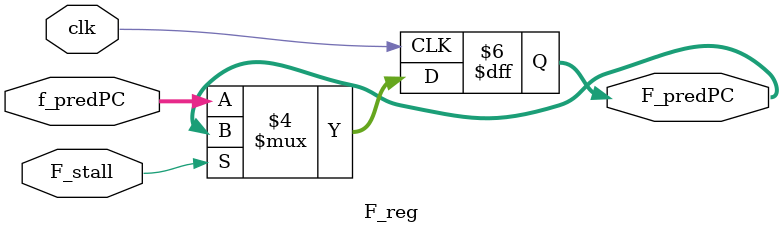
<source format=v>
module F_reg(F_predPC,f_predPC,F_stall,clk);
    output reg [63:0] F_predPC;
    input [63:0] f_predPC;
    input F_stall;
    input clk;
    reg [63:0] tempPC;
    always @(posedge clk)
    begin
        tempPC = F_predPC;
        F_predPC = f_predPC;    
        if (F_stall == 1)
        begin
            F_predPC = tempPC;
        end
    end
endmodule
</source>
